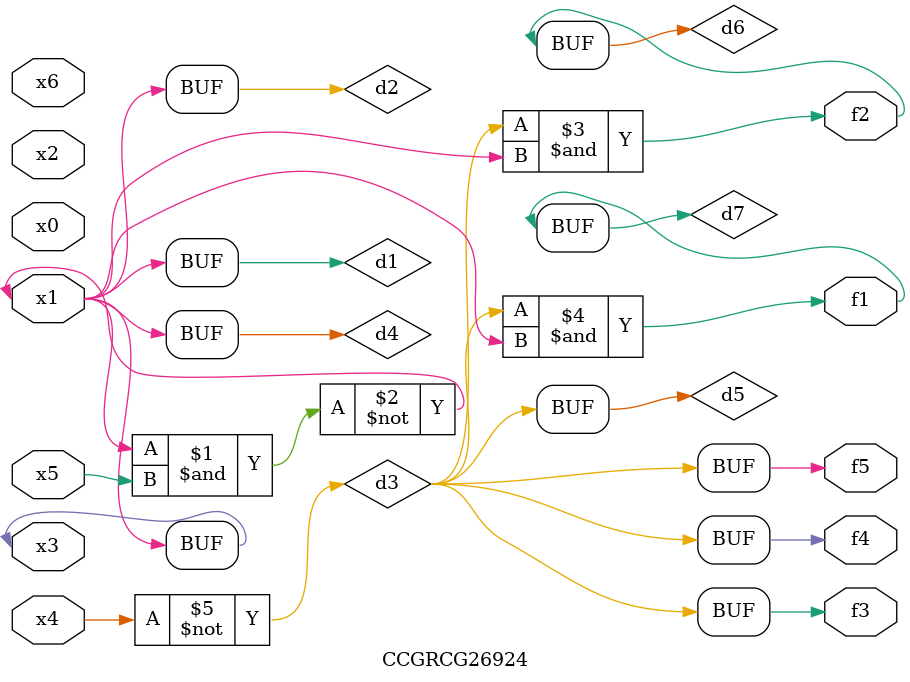
<source format=v>
module CCGRCG26924(
	input x0, x1, x2, x3, x4, x5, x6,
	output f1, f2, f3, f4, f5
);

	wire d1, d2, d3, d4, d5, d6, d7;

	buf (d1, x1, x3);
	nand (d2, x1, x5);
	not (d3, x4);
	buf (d4, d1, d2);
	buf (d5, d3);
	and (d6, d3, d4);
	and (d7, d3, d4);
	assign f1 = d7;
	assign f2 = d6;
	assign f3 = d5;
	assign f4 = d5;
	assign f5 = d5;
endmodule

</source>
